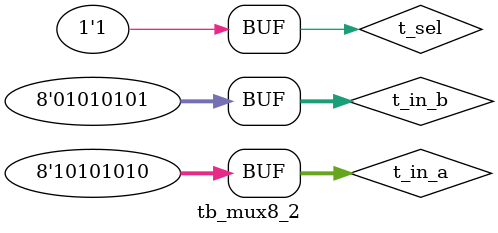
<source format=v>
module tb_mux8_2;
wire [7:0] t_out;
reg [7:0] t_in_a, t_in_b;
reg t_sel;

mux8_2 dut(.in_a(t_in_a), .in_b(t_in_b), .sel(t_sel), .out(t_out));

initial
begin
$monitor(t_in_a, t_in_b, t_sel, t_out);

t_in_a = 8'b10101010;
t_in_b = 8'b01010101;
t_sel = 1'b0;

#5
t_sel = 1'b0;

#5 
t_sel = 1'b1;

#5
t_sel = 1'b0;

#5 
t_sel = 1'b1;

end
endmodule
</source>
